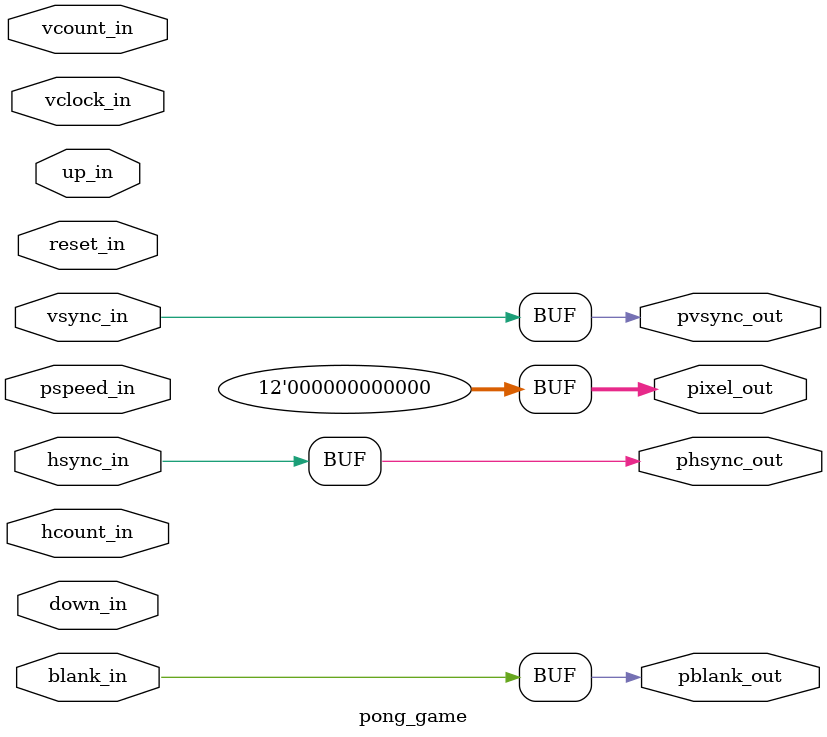
<source format=sv>
module display(
   input clk_100mhz,
   input[15:0] sw,
   input btnc, btnu, btnl, btnr, btnd,
   output[3:0] vga_r,
   output[3:0] vga_b,
   output[3:0] vga_g,
   output vga_hs,
   output vga_vs,
   output led16_b, led16_g, led16_r,
   output led17_b, led17_g, led17_r,
   output[15:0] led,
   output ca, cb, cc, cd, ce, cf, cg, dp,  // segments a-g, dp
   output[7:0] an    // Display location 0-7
   );
    logic blank;
    logic clk_65mhz;
    // create 65mhz system clock, happens to match 1024 x 768 XVGA timing
    clk_wiz_lab3 clkdivider(.clk_in1(clk_100mhz), .clk_out1(clk_65mhz));

    wire [31:0] data;      //  instantiate 7-segment display; display (8) 4-bit hex
    wire [6:0] segments;
    assign {cg, cf, ce, cd, cc, cb, ca} = segments[6:0];
    display_8hex display(.clk_in(clk_65mhz),.data_in(data), .seg_out(segments), .strobe_out(an));
    //assign seg[6:0] = segments;
    assign  dp = 1'b1;  // turn off the period

    assign led = sw;                        // turn leds on
    assign data = {28'h0123456, sw[3:0]};   // display 0123456 + sw[3:0]
    assign led16_r = btnl;                  // left button -> red led
    assign led16_g = btnc;                  // center button -> green led
    assign led16_b = btnr;                  // right button -> blue led
    assign led17_r = btnl;
    assign led17_g = btnc;
    assign led17_b = btnr;

    wire [10:0] hcount;    // pixel on current line
    wire [9:0] vcount;     // line number
    wire hsync, vsync;
    wire [11:0] pixel;
    reg [11:0] rgb;    
    xvga xvga1(.vclock_in(clk_65mhz),.hcount_out(hcount),.vcount_out(vcount),
          .hsync_out(hsync),.vsync_out(vsync),.blank_out(blank));

    // btnc button is user reset
    wire reset;
    debounce db1(.reset_in(reset),.clock_in(clk_65mhz),.noisy_in(btnc),.clean_out(reset));
   
    // UP and DOWN buttons for pong paddle
    wire up,down;
    debounce db2(.reset_in(reset),.clock_in(clk_65mhz),.noisy_in(btnu),.clean_out(up));
    debounce db3(.reset_in(reset),.clock_in(clk_65mhz),.noisy_in(btnd),.clean_out(down));

    wire phsync,pvsync,pblank;
    pong_game pg(.vclock_in(clk_65mhz),.reset_in(reset),
                .up_in(up),.down_in(down),.pspeed_in(sw[15:12]),
                .hcount_in(hcount),.vcount_in(vcount),
                .hsync_in(hsync),.vsync_in(vsync),.blank_in(blank),
                .phsync_out(phsync),.pvsync_out(pvsync),.pblank_out(pblank),.pixel_out(pixel));

    wire border = (hcount==0 | hcount==1023 | vcount==0 | vcount==767 |
                   hcount == 512 | vcount == 384);

    reg b,hs,vs;
    always_ff @(posedge clk_65mhz) begin
      if (sw[1:0] == 2'b01) begin
         // 1 pixel outline of visible area (white)
         hs <= hsync;
         vs <= vsync;
         b <= blank;
         rgb <= {12{border}};
      end else if (sw[1:0] == 2'b10) begin
         // color bars
         hs <= hsync;
         vs <= vsync;
         b <= blank;
         rgb <= {{4{hcount[8]}}, {4{hcount[7]}}, {4{hcount[6]}}} ;
      end else begin
         // default: pong
         hs <= phsync;
         vs <= pvsync;
         b <= pblank;
         rgb <= pixel;
      end
    end

//    assign rgb = sw[0] ? {12{border}} : pixel ; //{{4{hcount[7]}}, {4{hcount[6]}}, {4{hcount[5]}}};

    // the following lines are required for the Nexys4 VGA circuit - do not change
    assign vga_r = ~b ? rgb[11:8]: 0;
    assign vga_g = ~b ? rgb[7:4] : 0;
    assign vga_b = ~b ? rgb[3:0] : 0;

    assign vga_hs = ~hs;
    assign vga_vs = ~vs;

//ila_0 myila(.clk(clk_65mhz),.probe0(hsync),.probe1(hcount),.probe2(pixel));
endmodule

////////////////////////////////////////////////////////////////////////////////
//
// pong_game: the game itself!
//
//
// I made the puck to get smaller as it move toward the right!
//
//////////////////////////////////////////////////////////////////////////////////

module pong_game (
   input vclock_in,        // 65MHz clock
   input reset_in,         // 1 to initialize module
   input up_in,            // 1 when paddle should move up
   input down_in,          // 1 when paddle should move down
   input [3:0] pspeed_in,  // puck speed in pixels/tick
   input [10:0] hcount_in, // horizontal index of current pixel (0..1023)
   input [9:0]  vcount_in, // vertical index of current pixel (0..767)
   input hsync_in,         // XVGA horizontal sync signal (active low)
   input vsync_in,         // XVGA vertical sync signal (active low)
   input blank_in,         // XVGA blanking (1 means output black pixel)
        
   output phsync_out,       // pong game's horizontal sync
   output pvsync_out,       // pong game's vertical sync
   output pblank_out,       // pong game's blanking
   output [11:0] pixel_out  // pong game's pixel  // r=23:16, g=15:8, b=7:0 
   );

   //get the output
   assign pixel_out = 0;
   assign phsync_out = hsync_in;
   assign pvsync_out = vsync_in;
   assign pblank_out = blank_in;
endmodule
</source>
